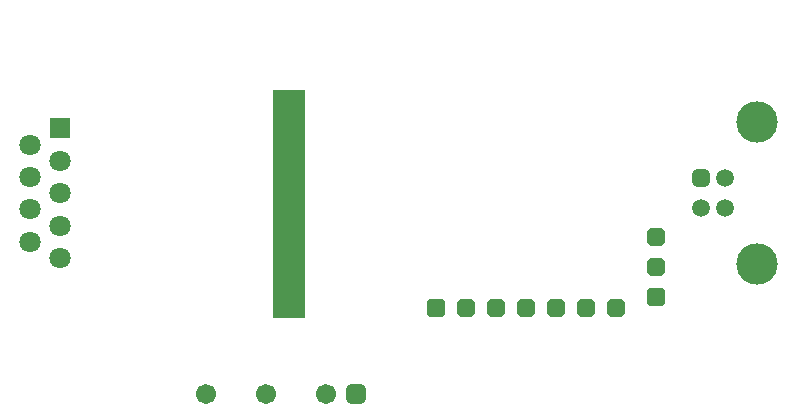
<source format=gbs>
G04*
G04 #@! TF.GenerationSoftware,Altium Limited,Altium Designer,23.2.1 (34)*
G04*
G04 Layer_Color=16711935*
%FSLAX25Y25*%
%MOIN*%
G70*
G04*
G04 #@! TF.SameCoordinates,F4FF07CF-D98B-406E-856D-297B6A820A95*
G04*
G04*
G04 #@! TF.FilePolarity,Negative*
G04*
G01*
G75*
%ADD31R,0.10827X0.76000*%
%ADD54C,0.07093*%
%ADD55R,0.07093X0.07093*%
%ADD56C,0.00400*%
G04:AMPARAMS|DCode=57|XSize=63.06mil|YSize=63.06mil|CornerRadius=0mil|HoleSize=0mil|Usage=FLASHONLY|Rotation=0.000|XOffset=0mil|YOffset=0mil|HoleType=Round|Shape=Octagon|*
%AMOCTAGOND57*
4,1,8,0.03153,-0.01576,0.03153,0.01576,0.01576,0.03153,-0.01576,0.03153,-0.03153,0.01576,-0.03153,-0.01576,-0.01576,-0.03153,0.01576,-0.03153,0.03153,-0.01576,0.0*
%
%ADD57OCTAGOND57*%

G04:AMPARAMS|DCode=58|XSize=63.06mil|YSize=63.06mil|CornerRadius=16.76mil|HoleSize=0mil|Usage=FLASHONLY|Rotation=0.000|XOffset=0mil|YOffset=0mil|HoleType=Round|Shape=RoundedRectangle|*
%AMROUNDEDRECTD58*
21,1,0.06306,0.02953,0,0,0.0*
21,1,0.02953,0.06306,0,0,0.0*
1,1,0.03353,0.01476,-0.01476*
1,1,0.03353,-0.01476,-0.01476*
1,1,0.03353,-0.01476,0.01476*
1,1,0.03353,0.01476,0.01476*
%
%ADD58ROUNDEDRECTD58*%
G04:AMPARAMS|DCode=59|XSize=63.06mil|YSize=63.06mil|CornerRadius=0mil|HoleSize=0mil|Usage=FLASHONLY|Rotation=90.000|XOffset=0mil|YOffset=0mil|HoleType=Round|Shape=Octagon|*
%AMOCTAGOND59*
4,1,8,0.01576,0.03153,-0.01576,0.03153,-0.03153,0.01576,-0.03153,-0.01576,-0.01576,-0.03153,0.01576,-0.03153,0.03153,-0.01576,0.03153,0.01576,0.01576,0.03153,0.0*
%
%ADD59OCTAGOND59*%

G04:AMPARAMS|DCode=60|XSize=63.06mil|YSize=63.06mil|CornerRadius=16.76mil|HoleSize=0mil|Usage=FLASHONLY|Rotation=90.000|XOffset=0mil|YOffset=0mil|HoleType=Round|Shape=RoundedRectangle|*
%AMROUNDEDRECTD60*
21,1,0.06306,0.02953,0,0,90.0*
21,1,0.02953,0.06306,0,0,90.0*
1,1,0.03353,0.01476,0.01476*
1,1,0.03353,0.01476,-0.01476*
1,1,0.03353,-0.01476,-0.01476*
1,1,0.03353,-0.01476,0.01476*
%
%ADD60ROUNDEDRECTD60*%
%ADD61C,0.13786*%
%ADD62C,0.05912*%
G04:AMPARAMS|DCode=63|XSize=59.12mil|YSize=59.12mil|CornerRadius=15.78mil|HoleSize=0mil|Usage=FLASHONLY|Rotation=90.000|XOffset=0mil|YOffset=0mil|HoleType=Round|Shape=RoundedRectangle|*
%AMROUNDEDRECTD63*
21,1,0.05912,0.02756,0,0,90.0*
21,1,0.02756,0.05912,0,0,90.0*
1,1,0.03156,0.01378,0.01378*
1,1,0.03156,0.01378,-0.01378*
1,1,0.03156,-0.01378,-0.01378*
1,1,0.03156,-0.01378,0.01378*
%
%ADD63ROUNDEDRECTD63*%
%ADD64C,0.06699*%
G04:AMPARAMS|DCode=65|XSize=66.99mil|YSize=66.99mil|CornerRadius=17.75mil|HoleSize=0mil|Usage=FLASHONLY|Rotation=0.000|XOffset=0mil|YOffset=0mil|HoleType=Round|Shape=RoundedRectangle|*
%AMROUNDEDRECTD65*
21,1,0.06699,0.03150,0,0,0.0*
21,1,0.03150,0.06699,0,0,0.0*
1,1,0.03550,0.01575,-0.01575*
1,1,0.03550,-0.01575,-0.01575*
1,1,0.03550,-0.01575,0.01575*
1,1,0.03550,0.01575,0.01575*
%
%ADD65ROUNDEDRECTD65*%
D31*
X103839Y73220D02*
D03*
D54*
X17500Y71378D02*
D03*
Y82165D02*
D03*
X27500Y76772D02*
D03*
Y87559D02*
D03*
Y65984D02*
D03*
Y55197D02*
D03*
X17500Y92953D02*
D03*
Y60590D02*
D03*
D55*
X27500Y98347D02*
D03*
D56*
X22500Y125984D02*
D03*
Y27559D02*
D03*
X255906Y15748D02*
D03*
Y137795D02*
D03*
D57*
X202913Y38386D02*
D03*
X162913D02*
D03*
X172913D02*
D03*
X182913D02*
D03*
X192913D02*
D03*
X212913D02*
D03*
D58*
X152913D02*
D03*
D59*
X226378Y62165D02*
D03*
Y52165D02*
D03*
D60*
Y42165D02*
D03*
D61*
X259842Y53150D02*
D03*
Y100394D02*
D03*
D62*
X249213Y71850D02*
D03*
Y81693D02*
D03*
X241339Y71850D02*
D03*
D63*
Y81693D02*
D03*
D64*
X96457Y9843D02*
D03*
X76457D02*
D03*
X116457D02*
D03*
D65*
X126457Y9843D02*
D03*
M02*

</source>
